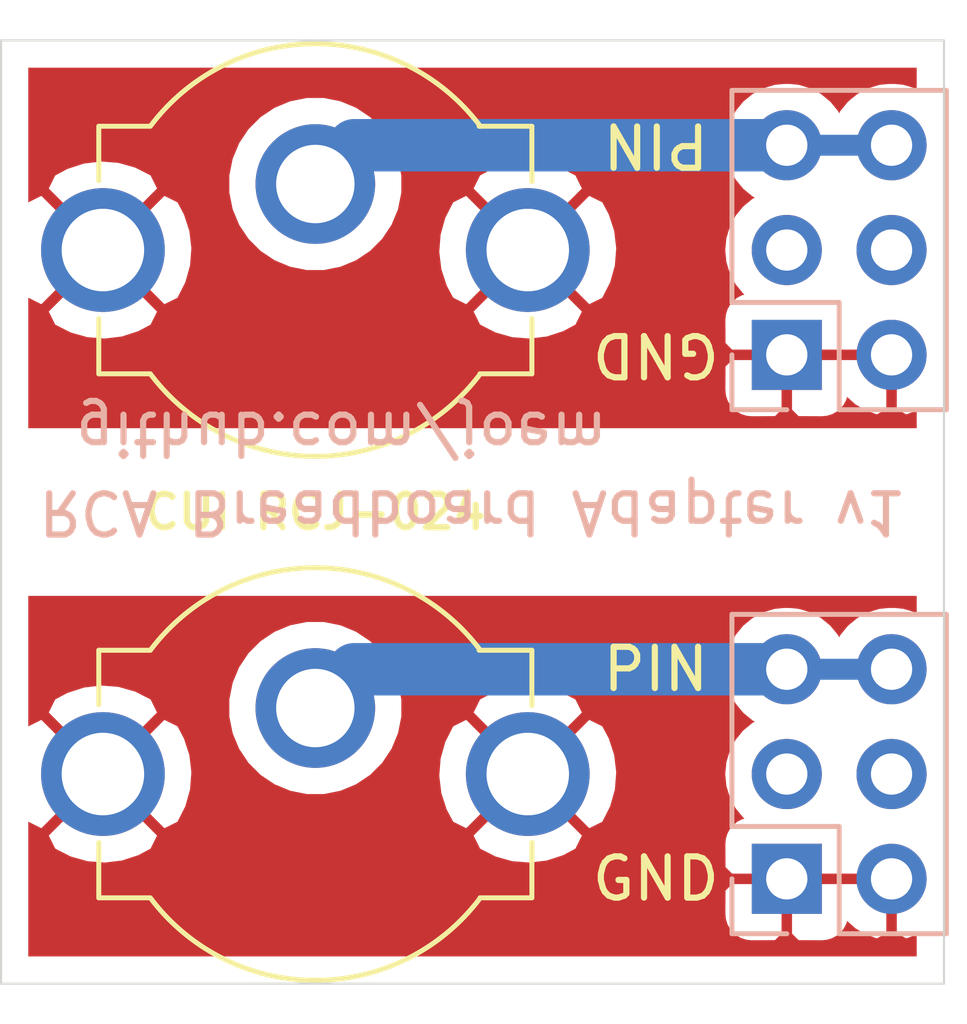
<source format=kicad_pcb>
(kicad_pcb (version 20221018) (generator pcbnew)
  (layers (0 "F.Cu" signal) (31 "B.Cu" signal) (36 "B.SilkS" user "B.Silkscreen") (37 "F.SilkS" user "F.Silkscreen") (38 "B.Mask" user) (39 "F.Mask" user) (44 "Edge.Cuts" user))
  (net 0 "")
  (net 1 "Net-(J1-Pad1)")
  (net 2 "Net-(J1-Pad2)")
  (net 3 "Net-(J2-Pad2)")
  (net 4 "Net-(J2-Pad1)")
  (net 5 "Net-(J3-Pad3)")
  (net 6 "Net-(J3-Pad4)")
  (net 7 "Net-(J4-Pad4)")
  (net 8 "Net-(J4-Pad3)")
  (footprint "jwm_kicad_footprints_misc:RCA-Phono_CUI-Devices_RCJ-02X_Vertical" (layer "F.Cu") (at 147.32 52.07)
    (fp_text reference "J1" hide)
    (fp_text value "Conn_Coaxial" hide)
    (fp_line (start -5.25 -3) (end -5.25 -1.68) (stroke (width 0.12)) (layer "F.SilkS"))
    (fp_line (start -5.25 -3) (end -4.03 -3) (stroke (width 0.12)) (layer "F.SilkS"))
    (fp_line (start -5.25 3) (end -5.25 1.66) (stroke (width 0.12)) (layer "F.SilkS"))
    (fp_line (start -5.25 3) (end -4.02 3) (stroke (width 0.12)) (layer "F.SilkS"))
    (fp_line (start 5.25 -3) (end 3.97 -3) (stroke (width 0.12)) (layer "F.SilkS"))
    (fp_line (start 5.25 -3) (end 5.25 -1.66) (stroke (width 0.12)) (layer "F.SilkS"))
    (fp_line (start 5.25 3) (end 3.99 3) (stroke (width 0.12)) (layer "F.SilkS"))
    (fp_line (start 5.25 3) (end 5.25 1.66) (stroke (width 0.12)) (layer "F.SilkS"))
    (fp_arc (start -4 -2.999999) (mid -0.000001 -4.999999) (end 3.999999 -3) (stroke (width 0.12)) (layer "F.SilkS"))
    (fp_arc (start 3.96312 3.048554) (mid -0.030486 4.999907) (end -4 3) (stroke (width 0.12)) (layer "F.SilkS"))
    (pad "1" thru_hole circle (at -5.15 0) (size 3 3) (drill 2) (layers "*.Cu" "*.Mask") (net 1 "Net-(J1-Pad1)"))
    (pad "1" thru_hole circle (at 5.15 0) (size 3 3) (drill 2) (layers "*.Cu" "*.Mask") (net 1 "Net-(J1-Pad1)"))
    (pad "2" thru_hole circle (at 0 -1.6) (size 2.9 2.9) (drill 1.9) (layers "*.Cu" "*.Mask") (net 2 "Net-(J1-Pad2)"))
  )
  (footprint "jwm_kicad_footprints_misc:RCA-Phono_CUI-Devices_RCJ-02X_Vertical" (layer "F.Cu") (at 147.32 64.77)
    (fp_text reference "J2" hide)
    (fp_text value "Conn_Coaxial" hide)
    (fp_line (start -5.25 -3) (end -5.25 -1.68) (stroke (width 0.12)) (layer "F.SilkS"))
    (fp_line (start -5.25 -3) (end -4.03 -3) (stroke (width 0.12)) (layer "F.SilkS"))
    (fp_line (start -5.25 3) (end -5.25 1.66) (stroke (width 0.12)) (layer "F.SilkS"))
    (fp_line (start -5.25 3) (end -4.02 3) (stroke (width 0.12)) (layer "F.SilkS"))
    (fp_line (start 5.25 -3) (end 3.97 -3) (stroke (width 0.12)) (layer "F.SilkS"))
    (fp_line (start 5.25 -3) (end 5.25 -1.66) (stroke (width 0.12)) (layer "F.SilkS"))
    (fp_line (start 5.25 3) (end 3.99 3) (stroke (width 0.12)) (layer "F.SilkS"))
    (fp_line (start 5.25 3) (end 5.25 1.66) (stroke (width 0.12)) (layer "F.SilkS"))
    (fp_arc (start -4 -2.999999) (mid -0.000001 -4.999999) (end 3.999999 -3) (stroke (width 0.12)) (layer "F.SilkS"))
    (fp_arc (start 3.96312 3.048554) (mid -0.030486 4.999907) (end -4 3) (stroke (width 0.12)) (layer "F.SilkS"))
    (pad "1" thru_hole circle (at -5.15 0) (size 3 3) (drill 2) (layers "*.Cu" "*.Mask") (net 4 "Net-(J2-Pad1)"))
    (pad "1" thru_hole circle (at 5.15 0) (size 3 3) (drill 2) (layers "*.Cu" "*.Mask") (net 4 "Net-(J2-Pad1)"))
    (pad "2" thru_hole circle (at 0 -1.6) (size 2.9 2.9) (drill 1.9) (layers "*.Cu" "*.Mask") (net 3 "Net-(J2-Pad2)"))
  )
  (footprint "Connector_PinHeader_2.54mm:PinHeader_2x03_P2.54mm_Vertical" (layer "B.Cu") (at 158.75 54.61)
    (fp_text reference "J3" hide)
    (fp_text value "Conn_02x03_Odd_Even" hide)
    (fp_line (start -1.33 -6.41) (end 3.87 -6.41) (stroke (width 0.12)) (layer "B.SilkS"))
    (fp_line (start -1.33 -1.27) (end -1.33 -6.41) (stroke (width 0.12)) (layer "B.SilkS"))
    (fp_line (start -1.33 -1.27) (end 1.27 -1.27) (stroke (width 0.12)) (layer "B.SilkS"))
    (fp_line (start -1.33 0) (end -1.33 1.33) (stroke (width 0.12)) (layer "B.SilkS"))
    (fp_line (start -1.33 1.33) (end 0 1.33) (stroke (width 0.12)) (layer "B.SilkS"))
    (fp_line (start 1.27 -1.27) (end 1.27 1.33) (stroke (width 0.12)) (layer "B.SilkS"))
    (fp_line (start 1.27 1.33) (end 3.87 1.33) (stroke (width 0.12)) (layer "B.SilkS"))
    (fp_line (start 3.87 1.33) (end 3.87 -6.41) (stroke (width 0.12)) (layer "B.SilkS"))
    (pad "1" thru_hole rect (at 0 0) (size 1.7 1.7) (drill 1) (layers "*.Cu" "*.Mask") (net 1 "Net-(J1-Pad1)"))
    (pad "2" thru_hole oval (at 2.54 0) (size 1.7 1.7) (drill 1) (layers "*.Cu" "*.Mask") (net 1 "Net-(J1-Pad1)"))
    (pad "3" thru_hole oval (at 0 -2.54) (size 1.7 1.7) (drill 1) (layers "*.Cu" "*.Mask") (net 5 "Net-(J3-Pad3)"))
    (pad "4" thru_hole oval (at 2.54 -2.54) (size 1.7 1.7) (drill 1) (layers "*.Cu" "*.Mask") (net 6 "Net-(J3-Pad4)"))
    (pad "5" thru_hole oval (at 0 -5.08) (size 1.7 1.7) (drill 1) (layers "*.Cu" "*.Mask") (net 2 "Net-(J1-Pad2)"))
    (pad "6" thru_hole oval (at 2.54 -5.08) (size 1.7 1.7) (drill 1) (layers "*.Cu" "*.Mask") (net 2 "Net-(J1-Pad2)"))
  )
  (footprint "Connector_PinHeader_2.54mm:PinHeader_2x03_P2.54mm_Vertical" (layer "B.Cu") (at 158.75 67.31)
    (fp_text reference "J4" hide)
    (fp_text value "Conn_02x03_Odd_Even" hide)
    (fp_line (start -1.33 -6.41) (end 3.87 -6.41) (stroke (width 0.12)) (layer "B.SilkS"))
    (fp_line (start -1.33 -1.27) (end -1.33 -6.41) (stroke (width 0.12)) (layer "B.SilkS"))
    (fp_line (start -1.33 -1.27) (end 1.27 -1.27) (stroke (width 0.12)) (layer "B.SilkS"))
    (fp_line (start -1.33 0) (end -1.33 1.33) (stroke (width 0.12)) (layer "B.SilkS"))
    (fp_line (start -1.33 1.33) (end 0 1.33) (stroke (width 0.12)) (layer "B.SilkS"))
    (fp_line (start 1.27 -1.27) (end 1.27 1.33) (stroke (width 0.12)) (layer "B.SilkS"))
    (fp_line (start 1.27 1.33) (end 3.87 1.33) (stroke (width 0.12)) (layer "B.SilkS"))
    (fp_line (start 3.87 1.33) (end 3.87 -6.41) (stroke (width 0.12)) (layer "B.SilkS"))
    (pad "1" thru_hole rect (at 0 0) (size 1.7 1.7) (drill 1) (layers "*.Cu" "*.Mask") (net 4 "Net-(J2-Pad1)"))
    (pad "2" thru_hole oval (at 2.54 0) (size 1.7 1.7) (drill 1) (layers "*.Cu" "*.Mask") (net 4 "Net-(J2-Pad1)"))
    (pad "3" thru_hole oval (at 0 -2.54) (size 1.7 1.7) (drill 1) (layers "*.Cu" "*.Mask") (net 8 "Net-(J4-Pad3)"))
    (pad "4" thru_hole oval (at 2.54 -2.54) (size 1.7 1.7) (drill 1) (layers "*.Cu" "*.Mask") (net 7 "Net-(J4-Pad4)"))
    (pad "5" thru_hole oval (at 0 -5.08) (size 1.7 1.7) (drill 1) (layers "*.Cu" "*.Mask") (net 3 "Net-(J2-Pad2)"))
    (pad "6" thru_hole oval (at 2.54 -5.08) (size 1.7 1.7) (drill 1) (layers "*.Cu" "*.Mask") (net 3 "Net-(J2-Pad2)"))
  )
  (gr_line (start 139.7 69.85) (end 139.7 46.99) (stroke (width 0.05)) (layer "Edge.Cuts"))
  (gr_line (start 162.56 69.85) (end 139.7 69.85) (stroke (width 0.05)) (layer "Edge.Cuts"))
  (gr_line (start 162.56 46.99) (end 139.7 46.99) (stroke (width 0.05)) (layer "Edge.Cuts"))
  (gr_line (start 162.56 46.99) (end 162.56 69.85) (stroke (width 0.05)) (layer "Edge.Cuts"))
  (gr_text "github.com/joem" (at 147.955 56.515 180) (layer "B.SilkS") (effects (font (size 1 1)) (justify mirror)))
  (gr_text "RCA Breadboard Adapter v1" (at 151.13 58.42 180) (layer "B.SilkS") (effects (font (size 1 1)) (justify mirror)))
  (gr_text "PIN" (at 155.575 49.53 180) (layer "F.SilkS") (effects (font (size 1 1))))
  (gr_text "GND" (at 155.575 54.61 180) (layer "F.SilkS") (effects (font (size 1 1))))
  (gr_text "GND" (at 155.575 67.31) (layer "F.SilkS") (effects (font (size 1 1))))
  (gr_text "PIN" (at 155.575 62.23) (layer "F.SilkS") (effects (font (size 1 1))))
  (gr_text "CUI RCJ-024" (at 147.32 58.42) (layer "F.SilkS") (effects (font (size 0.8128 0.8128) (thickness 0.1524))))
  (segment (start 161.29 49.53) (end 158.75 49.53) (width 0.508) (layer "B.Cu") (net 2))
  (segment (start 158.75 49.53) (end 148.26 49.53) (width 1.27) (layer "B.Cu") (net 2))
  (segment (start 148.26 49.53) (end 147.32 50.47) (width 0.25) (layer "B.Cu") (net 2))
  (segment (start 161.29 62.23) (end 158.75 62.23) (width 0.508) (layer "B.Cu") (net 3))
  (segment (start 148.26 62.23) (end 147.32 63.17) (width 0.25) (layer "B.Cu") (net 3))
  (segment (start 158.75 62.23) (end 148.26 62.23) (width 1.27) (layer "B.Cu") (net 3))
  (zone (net 4) (net_name "Net-(J2-Pad1)") (layer "F.Cu") (connect_pads (clearance 0.508)) (min_thickness 0.254) (fill yes (thermal_gap 0.508) (thermal_bridge_width 0.508))
    (polygon (pts (xy 139.7 69.85) (xy 162.56 69.85) (xy 162.56 60.325) (xy 139.7 60.325)))
  )
  (zone (net 1) (net_name "Net-(J1-Pad1)") (layer "F.Cu") (connect_pads (clearance 0.508)) (min_thickness 0.254) (fill yes (thermal_gap 0.508) (thermal_bridge_width 0.508))
    (polygon (pts (xy 139.7 46.99) (xy 162.56 46.99) (xy 162.56 56.515) (xy 139.7 56.515)))
  )
)
</source>
